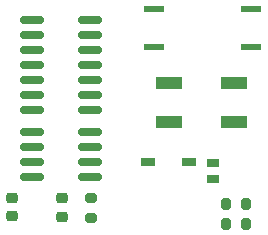
<source format=gbr>
%TF.GenerationSoftware,KiCad,Pcbnew,7.0.1-3b83917a11~172~ubuntu22.04.1*%
%TF.CreationDate,2023-03-19T17:12:06-07:00*%
%TF.ProjectId,CAN_Controller,43414e5f-436f-46e7-9472-6f6c6c65722e,rev?*%
%TF.SameCoordinates,Original*%
%TF.FileFunction,Paste,Bot*%
%TF.FilePolarity,Positive*%
%FSLAX46Y46*%
G04 Gerber Fmt 4.6, Leading zero omitted, Abs format (unit mm)*
G04 Created by KiCad (PCBNEW 7.0.1-3b83917a11~172~ubuntu22.04.1) date 2023-03-19 17:12:06*
%MOMM*%
%LPD*%
G01*
G04 APERTURE LIST*
G04 Aperture macros list*
%AMRoundRect*
0 Rectangle with rounded corners*
0 $1 Rounding radius*
0 $2 $3 $4 $5 $6 $7 $8 $9 X,Y pos of 4 corners*
0 Add a 4 corners polygon primitive as box body*
4,1,4,$2,$3,$4,$5,$6,$7,$8,$9,$2,$3,0*
0 Add four circle primitives for the rounded corners*
1,1,$1+$1,$2,$3*
1,1,$1+$1,$4,$5*
1,1,$1+$1,$6,$7*
1,1,$1+$1,$8,$9*
0 Add four rect primitives between the rounded corners*
20,1,$1+$1,$2,$3,$4,$5,0*
20,1,$1+$1,$4,$5,$6,$7,0*
20,1,$1+$1,$6,$7,$8,$9,0*
20,1,$1+$1,$8,$9,$2,$3,0*%
G04 Aperture macros list end*
%ADD10R,2.200000X1.100000*%
%ADD11R,1.820000X0.620000*%
%ADD12RoundRect,0.200000X0.275000X-0.200000X0.275000X0.200000X-0.275000X0.200000X-0.275000X-0.200000X0*%
%ADD13RoundRect,0.150000X-0.825000X-0.150000X0.825000X-0.150000X0.825000X0.150000X-0.825000X0.150000X0*%
%ADD14RoundRect,0.200000X-0.200000X-0.275000X0.200000X-0.275000X0.200000X0.275000X-0.200000X0.275000X0*%
%ADD15RoundRect,0.225000X-0.250000X0.225000X-0.250000X-0.225000X0.250000X-0.225000X0.250000X0.225000X0*%
%ADD16R,0.990000X0.780000*%
%ADD17R,1.200000X0.750000*%
G04 APERTURE END LIST*
D10*
%TO.C,C3*%
X136499000Y-84679000D03*
X136499000Y-87979000D03*
%TD*%
D11*
%TO.C,C7*%
X143369000Y-81579000D03*
X143369000Y-78379000D03*
%TD*%
D10*
%TO.C,C4*%
X141969000Y-84679000D03*
X141969000Y-87979000D03*
%TD*%
D12*
%TO.C,R1*%
X129850000Y-96050000D03*
X129850000Y-94400000D03*
%TD*%
D13*
%TO.C,U3*%
X124844000Y-92624000D03*
X124844000Y-91354000D03*
X124844000Y-90084000D03*
X124844000Y-88814000D03*
X129794000Y-88814000D03*
X129794000Y-90084000D03*
X129794000Y-91354000D03*
X129794000Y-92624000D03*
%TD*%
D14*
%TO.C,R3*%
X141319836Y-96565000D03*
X142969836Y-96565000D03*
%TD*%
D15*
%TO.C,C2*%
X127369000Y-94404000D03*
X127369000Y-95954000D03*
%TD*%
D11*
%TO.C,C6*%
X135169000Y-81579000D03*
X135169000Y-78379000D03*
%TD*%
D16*
%TO.C,C5*%
X140219000Y-92779000D03*
X140219000Y-91379000D03*
%TD*%
D14*
%TO.C,R2*%
X141315000Y-94870000D03*
X142965000Y-94870000D03*
%TD*%
D17*
%TO.C,D2*%
X138119000Y-91354000D03*
X134719000Y-91354000D03*
%TD*%
D15*
%TO.C,C1*%
X123169000Y-94379000D03*
X123169000Y-95929000D03*
%TD*%
D13*
%TO.C,U1*%
X124844000Y-86909000D03*
X124844000Y-85639000D03*
X124844000Y-84369000D03*
X124844000Y-83099000D03*
X124844000Y-81829000D03*
X124844000Y-80559000D03*
X124844000Y-79289000D03*
X129794000Y-79289000D03*
X129794000Y-80559000D03*
X129794000Y-81829000D03*
X129794000Y-83099000D03*
X129794000Y-84369000D03*
X129794000Y-85639000D03*
X129794000Y-86909000D03*
%TD*%
M02*

</source>
